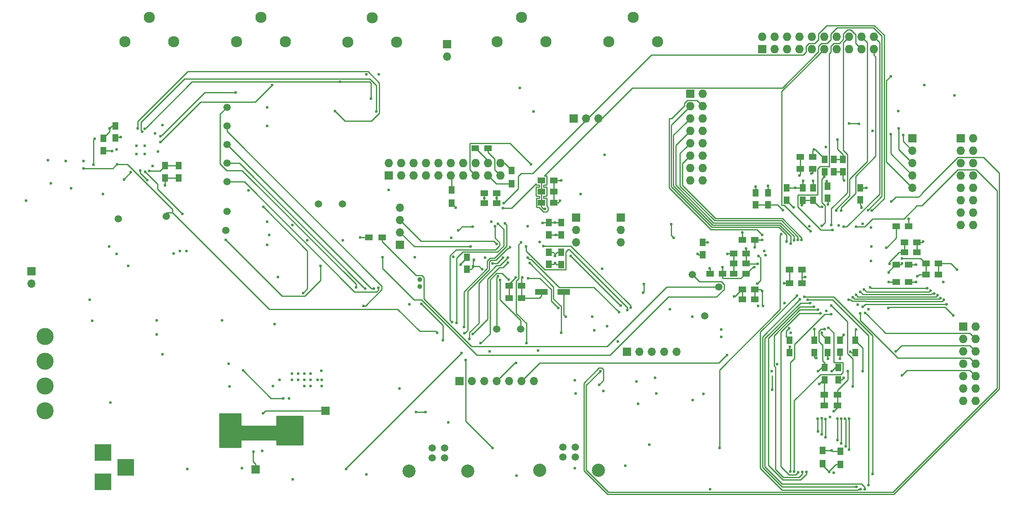
<source format=gbr>
G04 #@! TF.FileFunction,Copper,L4,Bot,Signal*
%FSLAX46Y46*%
G04 Gerber Fmt 4.6, Leading zero omitted, Abs format (unit mm)*
G04 Created by KiCad (PCBNEW 4.0.7-e2-6376~58~ubuntu16.04.1) date Thu Jan  2 16:42:05 2020*
%MOMM*%
%LPD*%
G01*
G04 APERTURE LIST*
%ADD10C,0.100000*%
%ADD11C,1.500000*%
%ADD12R,1.727200X1.727200*%
%ADD13O,1.727200X1.727200*%
%ADD14R,1.700000X1.700000*%
%ADD15O,1.700000X1.700000*%
%ADD16R,1.250000X1.500000*%
%ADD17C,1.000000*%
%ADD18C,1.520000*%
%ADD19C,2.700000*%
%ADD20R,1.500000X1.300000*%
%ADD21R,1.300000X1.500000*%
%ADD22R,1.500000X1.250000*%
%ADD23R,2.598420X1.198880*%
%ADD24R,2.600960X1.198880*%
%ADD25C,2.300000*%
%ADD26R,3.500000X3.500000*%
%ADD27C,3.500000*%
%ADD28C,0.600000*%
%ADD29C,1.200000*%
%ADD30C,0.250000*%
%ADD31C,0.254000*%
G04 APERTURE END LIST*
D10*
D11*
X94361000Y-97663000D03*
D12*
X204216000Y-60452000D03*
D13*
X204216000Y-57912000D03*
X206756000Y-60452000D03*
X206756000Y-57912000D03*
X209296000Y-60452000D03*
X209296000Y-57912000D03*
X211836000Y-60452000D03*
X211836000Y-57912000D03*
X214376000Y-60452000D03*
X214376000Y-57912000D03*
X216916000Y-60452000D03*
X216916000Y-57912000D03*
X219456000Y-60452000D03*
X219456000Y-57912000D03*
X221996000Y-60452000D03*
X221996000Y-57912000D03*
X224536000Y-60452000D03*
X224536000Y-57912000D03*
X227076000Y-60452000D03*
X227076000Y-57912000D03*
D12*
X189484000Y-69596000D03*
D13*
X192024000Y-69596000D03*
X189484000Y-72136000D03*
X192024000Y-72136000D03*
X189484000Y-74676000D03*
X192024000Y-74676000D03*
X189484000Y-77216000D03*
X192024000Y-77216000D03*
X189484000Y-79756000D03*
X192024000Y-79756000D03*
X189484000Y-82296000D03*
X192024000Y-82296000D03*
X189484000Y-84836000D03*
X192024000Y-84836000D03*
X189484000Y-87376000D03*
X192024000Y-87376000D03*
D14*
X166116000Y-94996000D03*
D15*
X166116000Y-97536000D03*
X166116000Y-100076000D03*
D14*
X175260000Y-94996000D03*
D15*
X175260000Y-97536000D03*
X175260000Y-100076000D03*
D16*
X160528000Y-102108000D03*
X160528000Y-104608000D03*
X143764000Y-105624000D03*
X143764000Y-103124000D03*
D14*
X130048000Y-100584000D03*
D15*
X130048000Y-98044000D03*
X130048000Y-95504000D03*
X130048000Y-92964000D03*
D17*
X134112000Y-107696000D03*
X134112000Y-109196000D03*
D12*
X127762000Y-86360000D03*
D13*
X127762000Y-83820000D03*
X130302000Y-86360000D03*
X130302000Y-83820000D03*
X132842000Y-86360000D03*
X132842000Y-83820000D03*
X135382000Y-86360000D03*
X135382000Y-83820000D03*
X137922000Y-86360000D03*
X137922000Y-83820000D03*
X140462000Y-86360000D03*
X140462000Y-83820000D03*
X143002000Y-86360000D03*
X143002000Y-83820000D03*
X145542000Y-86360000D03*
X145542000Y-83820000D03*
X148082000Y-86360000D03*
X148082000Y-83820000D03*
X150622000Y-86360000D03*
X150622000Y-83820000D03*
D18*
X136652000Y-142272000D03*
X139192000Y-142272000D03*
X139192000Y-144272000D03*
X136652000Y-144272000D03*
D19*
X131922000Y-146972000D03*
X143922000Y-146972000D03*
D14*
X142240000Y-128524000D03*
D15*
X144780000Y-128524000D03*
X147320000Y-128524000D03*
X149860000Y-128524000D03*
X152400000Y-128524000D03*
X154940000Y-128524000D03*
X157480000Y-128524000D03*
D14*
X165608000Y-74676000D03*
D15*
X168148000Y-74676000D03*
X170688000Y-74676000D03*
D11*
X149860000Y-117856000D03*
X154740000Y-117856000D03*
D20*
X219616000Y-131318000D03*
X216916000Y-131318000D03*
D12*
X245364000Y-117348000D03*
D13*
X247904000Y-117348000D03*
X245364000Y-119888000D03*
X247904000Y-119888000D03*
X245364000Y-122428000D03*
X247904000Y-122428000D03*
X245364000Y-124968000D03*
X247904000Y-124968000D03*
X245364000Y-127508000D03*
X247904000Y-127508000D03*
X245364000Y-130048000D03*
X247904000Y-130048000D03*
X245364000Y-132588000D03*
X247904000Y-132588000D03*
D20*
X219616000Y-133505474D03*
X216916000Y-133505474D03*
D21*
X220199227Y-145627998D03*
X220199227Y-142927998D03*
X216576226Y-145495000D03*
X216576226Y-142795000D03*
D18*
X163418000Y-142112000D03*
X165958000Y-142112000D03*
X165958000Y-144112000D03*
X163418000Y-144112000D03*
D19*
X158688000Y-146812000D03*
X170688000Y-146812000D03*
D22*
X200914000Y-106553000D03*
X198414000Y-106553000D03*
D23*
X159004000Y-110236000D03*
D24*
X163606480Y-110236000D03*
D16*
X163068000Y-102148000D03*
X163068000Y-104648000D03*
D22*
X154940000Y-111492222D03*
X152440000Y-111492222D03*
X154940000Y-108952222D03*
X152440000Y-108952222D03*
D16*
X220091000Y-120142000D03*
X220091000Y-122642000D03*
X217015188Y-125777476D03*
X217015188Y-128277476D03*
X219762577Y-125766905D03*
X219762577Y-128266905D03*
X217551000Y-120182000D03*
X217551000Y-122682000D03*
D22*
X159004000Y-87376000D03*
X161504000Y-87376000D03*
X159004000Y-89662000D03*
X161504000Y-89662000D03*
D16*
X163068000Y-96052000D03*
X163068000Y-98552000D03*
D22*
X159044000Y-91948000D03*
X161544000Y-91948000D03*
D16*
X160528000Y-96052000D03*
X160528000Y-98552000D03*
D22*
X147320000Y-90043000D03*
X149820000Y-90043000D03*
X147320000Y-92075000D03*
X149820000Y-92075000D03*
D14*
X139700000Y-59436000D03*
D15*
X139700000Y-61976000D03*
D25*
X154940000Y-53975000D03*
X159940000Y-58975000D03*
X149940000Y-58975000D03*
X177800000Y-53975000D03*
X182800000Y-58975000D03*
X172800000Y-58975000D03*
D11*
X195326000Y-109220000D03*
D25*
X124380000Y-54055000D03*
X129380000Y-59055000D03*
X119380000Y-59055000D03*
D16*
X212471000Y-91420000D03*
X212471000Y-88920000D03*
X202819000Y-92416000D03*
X202819000Y-89916000D03*
X214630000Y-91440000D03*
X214630000Y-88940000D03*
X205359000Y-92416000D03*
X205359000Y-89916000D03*
D11*
X192405000Y-115189000D03*
X189865000Y-106680000D03*
D16*
X192024000Y-100116000D03*
X192024000Y-102616000D03*
D22*
X200903275Y-102362000D03*
X198403275Y-102362000D03*
X200883275Y-104442885D03*
X198383275Y-104442885D03*
X196048000Y-106553000D03*
X193548000Y-106553000D03*
X212003000Y-85066564D03*
X214503000Y-85066564D03*
X237764000Y-106680000D03*
X240264000Y-106680000D03*
X233339000Y-100076000D03*
X235839000Y-100076000D03*
X209824000Y-105664000D03*
X212324000Y-105664000D03*
X233339000Y-102108000D03*
X235839000Y-102108000D03*
D12*
X244856000Y-78740000D03*
D13*
X247396000Y-78740000D03*
X244856000Y-81280000D03*
X247396000Y-81280000D03*
X244856000Y-83820000D03*
X247396000Y-83820000D03*
X244856000Y-86360000D03*
X247396000Y-86360000D03*
X244856000Y-88900000D03*
X247396000Y-88900000D03*
X244856000Y-91440000D03*
X247396000Y-91440000D03*
X244856000Y-93980000D03*
X247396000Y-93980000D03*
X244856000Y-96520000D03*
X247396000Y-96520000D03*
D16*
X218867494Y-85579042D03*
X218867494Y-83079042D03*
X220706000Y-85578000D03*
X220706000Y-83078000D03*
D22*
X212003000Y-82550000D03*
X214503000Y-82550000D03*
D16*
X216962494Y-85579042D03*
X216962494Y-83079042D03*
D14*
X100457000Y-146685000D03*
X114808000Y-134620000D03*
D26*
X69215000Y-143225000D03*
X69215000Y-149225000D03*
X73915000Y-146225000D03*
D27*
X57404000Y-134620000D03*
X57404000Y-129540000D03*
X57404000Y-124460000D03*
X57404000Y-119380000D03*
D21*
X152908000Y-88091000D03*
X152908000Y-85391000D03*
D20*
X148115000Y-80772000D03*
X145415000Y-80772000D03*
D14*
X54610000Y-106045000D03*
D15*
X54610000Y-108585000D03*
D21*
X140589000Y-89328000D03*
X140589000Y-92028000D03*
D11*
X113357000Y-92202000D03*
X118237000Y-92202000D03*
X94615000Y-83820000D03*
X94615000Y-80010000D03*
D16*
X71755000Y-76200000D03*
X71755000Y-78700000D03*
X69342000Y-78780000D03*
X69342000Y-81280000D03*
D11*
X82169000Y-94742000D03*
X94615000Y-72390000D03*
X94615000Y-76200000D03*
D16*
X84742112Y-84348000D03*
X84742112Y-86848000D03*
X81915000Y-84348000D03*
X81915000Y-86848000D03*
D11*
X72390000Y-95250000D03*
D25*
X78740000Y-53975000D03*
X83740000Y-58975000D03*
X73740000Y-58975000D03*
X101600000Y-53975000D03*
X106600000Y-58975000D03*
X96600000Y-58975000D03*
D11*
X94615000Y-87630000D03*
X94615000Y-93726000D03*
D22*
X237764000Y-104394000D03*
X240264000Y-104394000D03*
X209804000Y-108458000D03*
X212304000Y-108458000D03*
X202692000Y-99568000D03*
X200192000Y-99568000D03*
X202652000Y-109728000D03*
X200152000Y-109728000D03*
X202652000Y-111760000D03*
X200152000Y-111760000D03*
X231648000Y-108204000D03*
X234148000Y-108204000D03*
X231648000Y-104648000D03*
X234148000Y-104648000D03*
X231648000Y-96774000D03*
X234148000Y-96774000D03*
D16*
X224262000Y-91400000D03*
X224262000Y-88900000D03*
X217551000Y-91059000D03*
X217551000Y-88559000D03*
X209169000Y-91440000D03*
X209169000Y-88940000D03*
X209804000Y-120162000D03*
X209804000Y-122662000D03*
X214884000Y-120162000D03*
X214884000Y-122662000D03*
X223286000Y-120162000D03*
X223286000Y-122662000D03*
D20*
X126398000Y-99060000D03*
X123698000Y-99060000D03*
D14*
X234950000Y-78740000D03*
D15*
X234950000Y-81280000D03*
X234950000Y-83820000D03*
X234950000Y-86360000D03*
X234950000Y-88900000D03*
D14*
X176530000Y-122555000D03*
D15*
X179070000Y-122555000D03*
X181610000Y-122555000D03*
X184150000Y-122555000D03*
X186690000Y-122555000D03*
D28*
X76112500Y-81987500D03*
X77837500Y-81987500D03*
X77837500Y-80262500D03*
X76112500Y-80262500D03*
X140948771Y-103096502D03*
X102108000Y-92837000D03*
X110236000Y-110490000D03*
X153711296Y-107302946D03*
X204851000Y-102752990D03*
X223774000Y-112903000D03*
X225933000Y-113792002D03*
X66548000Y-111887000D03*
X102870000Y-100584000D03*
X206248000Y-130302000D03*
X178816000Y-133223000D03*
X182499000Y-131064000D03*
X178435000Y-128651000D03*
X214757000Y-81026000D03*
X219583000Y-78994000D03*
X80264000Y-116078000D03*
X80264000Y-118999000D03*
X195834000Y-117983000D03*
X81407000Y-123063000D03*
X104013000Y-129540000D03*
X111760000Y-129540000D03*
X110490000Y-129540000D03*
X105410000Y-128270000D03*
X107950000Y-128270000D03*
X107950000Y-127000000D03*
X111760000Y-127000000D03*
X110490000Y-127000000D03*
X109220000Y-127000000D03*
X109220000Y-128270000D03*
X110490000Y-128270000D03*
X111760000Y-128270000D03*
X113157000Y-128270000D03*
X114046000Y-129540000D03*
X114046000Y-128270000D03*
X113988010Y-126422990D03*
X58547000Y-88011000D03*
X62738000Y-89027000D03*
X153924000Y-147955000D03*
X167021000Y-90170000D03*
X171958000Y-82169000D03*
X123190000Y-147701000D03*
X129921000Y-130048000D03*
X139954000Y-137033000D03*
X171704000Y-130556000D03*
X165989000Y-131064000D03*
X165862000Y-146431000D03*
X189992000Y-132461000D03*
X182245000Y-127889000D03*
X162814000Y-91567000D03*
X163068000Y-87376000D03*
X142494000Y-104648000D03*
X147447000Y-103251000D03*
X97663000Y-146399000D03*
X101854000Y-142875000D03*
X108077000Y-148670000D03*
X86487000Y-146558000D03*
X141478000Y-92964000D03*
X148393989Y-122428000D03*
X158333000Y-122301000D03*
X148717000Y-95885000D03*
X156210000Y-96774000D03*
X161925000Y-98552000D03*
X149820000Y-91059000D03*
X161798000Y-104325999D03*
X185293000Y-113792000D03*
X174625000Y-120396000D03*
X169799000Y-118110000D03*
X193548000Y-150689979D03*
X218821000Y-147320000D03*
X210058000Y-118618000D03*
X217297000Y-114173000D03*
X217419417Y-87540999D03*
X214249000Y-85979000D03*
X133096000Y-103124000D03*
X131953000Y-112776000D03*
X93599000Y-116078000D03*
X103251000Y-98552000D03*
X102870000Y-95885000D03*
X118364000Y-99695000D03*
X108049559Y-96547441D03*
X111058942Y-99634058D03*
X57971564Y-83252436D03*
X154559000Y-68453000D03*
X157353000Y-73279000D03*
X72009000Y-81026000D03*
X70612000Y-76708000D03*
X81407000Y-76073000D03*
X79883000Y-77724000D03*
X123190000Y-65658996D03*
X125730000Y-65659000D03*
X80518000Y-81500010D03*
X65278000Y-83439000D03*
X61595000Y-83439000D03*
X81915000Y-88421615D03*
X79375000Y-84455000D03*
X219837000Y-96647000D03*
X226822000Y-77216000D03*
X237363000Y-67818000D03*
X243586000Y-69977000D03*
X203327000Y-113157000D03*
X208788000Y-112522000D03*
X226441000Y-103886000D03*
X226568000Y-100965000D03*
X226441000Y-97028000D03*
X224790000Y-96266000D03*
X212979000Y-107188000D03*
X204597000Y-101854000D03*
X213868000Y-96774000D03*
X218059000Y-135890000D03*
X209921010Y-121539000D03*
X218431859Y-142781857D03*
X220853000Y-127889000D03*
X198464575Y-111156324D03*
X193421000Y-105410000D03*
X244094000Y-105664000D03*
X215900000Y-129159000D03*
X67056000Y-116205000D03*
X205359000Y-88519000D03*
X202819000Y-88646000D03*
X212598000Y-87503000D03*
X214630000Y-87503000D03*
X237109000Y-99949000D03*
X220091000Y-123952000D03*
X217678000Y-123952000D03*
X191008000Y-102489000D03*
X197104000Y-102489000D03*
X210947000Y-88900000D03*
X215265000Y-123824996D03*
X222250000Y-122555000D03*
X234188000Y-95250000D03*
X235712000Y-104648000D03*
X235712000Y-108204000D03*
X225552000Y-88900000D03*
X200192000Y-98084000D03*
X148971000Y-104394000D03*
X156845000Y-84074000D03*
X151130000Y-103235010D03*
X155067000Y-107302946D03*
X150114000Y-107061000D03*
X102870000Y-76200000D03*
X102870000Y-72390000D03*
X99060705Y-89403590D03*
X196088000Y-105156000D03*
X208661000Y-108458000D03*
X217292493Y-80518000D03*
X171450000Y-105537000D03*
X232791000Y-104394000D03*
X232029000Y-73152000D03*
X193040006Y-100076000D03*
X181102000Y-141605000D03*
X176149000Y-145923000D03*
X146878051Y-105603051D03*
X165862000Y-128364000D03*
X161798000Y-102869990D03*
X145229918Y-103642000D03*
X145034000Y-105029000D03*
X127762000Y-89348999D03*
X195800261Y-119507000D03*
X159258000Y-96139000D03*
X161798000Y-96012000D03*
X70485000Y-100965000D03*
X74422000Y-104902000D03*
X147320000Y-91059000D03*
X172482000Y-117277000D03*
X189865000Y-115316000D03*
X169418000Y-115316000D03*
X163957000Y-115316000D03*
X217678000Y-92329000D03*
X216916000Y-86614000D03*
X105029000Y-107188000D03*
X104394000Y-116840000D03*
X69215000Y-90170000D03*
X78740000Y-85471000D03*
X204343000Y-113157000D03*
X232790990Y-103378011D03*
X229616000Y-101219000D03*
X209679551Y-117731551D03*
X235975990Y-107061009D03*
X230124000Y-106289010D03*
X223452021Y-117983000D03*
X210643978Y-92938487D03*
X204216000Y-110071010D03*
X217932000Y-147193000D03*
X202565000Y-105156000D03*
X221742000Y-126545011D03*
X218440000Y-126545011D03*
X215646000Y-126545011D03*
X217001000Y-117856000D03*
X224790000Y-126545011D03*
X218821000Y-134747000D03*
X206121000Y-126545011D03*
X72009000Y-102489000D03*
X208407000Y-93472000D03*
X216376000Y-96742000D03*
X207264000Y-125095000D03*
X214884000Y-117856000D03*
X241300000Y-108204000D03*
X230124000Y-108204010D03*
X220980000Y-87376000D03*
X224536000Y-92964000D03*
X202692000Y-101092000D03*
X204216000Y-99568000D03*
X150495000Y-107823000D03*
X159766000Y-93217996D03*
X95123000Y-129667000D03*
X70739000Y-132969000D03*
X192151000Y-131191000D03*
X107315000Y-132080000D03*
X97917000Y-126365000D03*
X106172000Y-132080000D03*
X94996000Y-124968000D03*
X53467000Y-91567000D03*
X126492000Y-103124000D03*
X216451021Y-92837000D03*
X220914647Y-119060647D03*
X230251000Y-104521000D03*
X212344000Y-92455994D03*
X86360000Y-101863999D03*
X84963000Y-101863999D03*
X83693000Y-102362000D03*
X200914000Y-101346000D03*
X216408000Y-118618000D03*
X203276999Y-104470999D03*
X211836000Y-86360000D03*
X81026000Y-79502000D03*
X103886000Y-67818000D03*
X67564000Y-78867000D03*
X67292009Y-84201000D03*
X81025994Y-78359000D03*
X96393000Y-69342000D03*
X76327000Y-76708000D03*
X116713000Y-73152000D03*
X77326667Y-77444781D03*
X125222000Y-73279000D03*
X72898000Y-78486000D03*
X71120000Y-81407000D03*
X152273011Y-107752957D03*
X153797000Y-124841000D03*
X146558000Y-120777000D03*
X100076000Y-143002000D03*
X101981000Y-135128000D03*
X138811000Y-120142000D03*
X134409345Y-112688655D03*
X185547000Y-96393002D03*
X186055000Y-99187000D03*
X152146000Y-104267000D03*
X144907000Y-118872000D03*
X156317012Y-107442000D03*
X162441501Y-113546501D03*
X163068000Y-118618000D03*
X156591000Y-104325999D03*
X158623000Y-100045000D03*
X196977000Y-123190000D03*
X154813004Y-100076000D03*
X155956000Y-120786990D03*
X203454000Y-102870006D03*
X203200000Y-108602974D03*
X122936000Y-109591001D03*
X125669051Y-109407949D03*
X72136000Y-84074008D03*
X65278000Y-84963000D03*
X137671129Y-118632416D03*
X122555000Y-113175870D03*
X121031000Y-109347000D03*
X179828480Y-110453033D03*
X179984054Y-108652981D03*
X124714000Y-109591000D03*
X225298000Y-114554000D03*
X231521000Y-122428000D03*
X224282000Y-114681006D03*
X232791000Y-127381000D03*
X144526000Y-100965000D03*
X149860000Y-100457000D03*
X140538108Y-99196990D03*
X141986000Y-97663000D03*
X144980250Y-96902771D03*
X113792000Y-104902000D03*
X94361000Y-99568000D03*
X226641169Y-93614268D03*
X151257000Y-92075000D03*
X151130000Y-93091000D03*
X225858036Y-93450851D03*
X204216000Y-98552000D03*
X209169000Y-99949000D03*
X210058000Y-100330000D03*
X210693000Y-99695000D03*
X211482117Y-99563481D03*
X212282104Y-99568400D03*
X214122000Y-97790000D03*
X218313000Y-96520000D03*
X218567000Y-97536000D03*
X219329000Y-93589000D03*
X220345000Y-93599000D03*
X220853000Y-96901000D03*
X143256000Y-118745000D03*
X118999000Y-146558000D03*
X142621000Y-122809000D03*
X152527000Y-101092000D03*
X148971000Y-142240000D03*
X143510000Y-124206000D03*
X144272000Y-119888000D03*
X152146000Y-103251000D03*
X156226163Y-103233199D03*
X174879000Y-114427000D03*
X143129000Y-117475000D03*
X151577058Y-96199942D03*
X135255000Y-134874000D03*
X133350000Y-134874000D03*
X208151321Y-98426679D03*
X195453000Y-142239996D03*
X233045000Y-78105000D03*
X224028000Y-75819000D03*
X221996000Y-75692000D03*
X77841594Y-76832515D03*
X117729000Y-67192999D03*
X124079000Y-70612000D03*
X77851000Y-85598000D03*
X85471000Y-94234000D03*
X76871948Y-85375846D03*
X78321894Y-87298023D03*
X73532994Y-87249000D03*
X74930000Y-85725000D03*
X175260000Y-113053076D03*
X164972295Y-102863999D03*
X176612407Y-113978405D03*
X155874283Y-100943011D03*
X177255907Y-113503087D03*
X159385000Y-100838000D03*
X150114000Y-96266000D03*
X141605000Y-116586000D03*
X140722215Y-116465215D03*
X149479000Y-96774000D03*
X97536000Y-139700000D03*
X97536000Y-138525000D03*
X95504000Y-138684000D03*
X94488000Y-138684000D03*
X93472000Y-138684000D03*
X105664000Y-141224000D03*
X106680000Y-141224000D03*
X107696000Y-141224000D03*
X108712000Y-141224000D03*
X109728000Y-141224000D03*
X109728000Y-139700000D03*
X108712000Y-139700000D03*
X107696000Y-139700000D03*
X106680000Y-139700000D03*
X105664000Y-139700000D03*
X105664000Y-138176000D03*
X106680000Y-138176000D03*
X107696000Y-138176000D03*
X108712000Y-138176000D03*
X109728000Y-138176000D03*
X109728000Y-136652000D03*
X108712000Y-136652000D03*
X107696000Y-136652000D03*
X106680000Y-136652000D03*
X105664000Y-136652000D03*
X93472000Y-141224000D03*
X94488000Y-141224000D03*
X95504000Y-141224000D03*
X96520000Y-141224000D03*
X96520000Y-139700000D03*
X95504000Y-139700000D03*
X94488000Y-139700000D03*
X93472000Y-139700000D03*
X96520000Y-137668000D03*
X95504000Y-137668000D03*
X94488000Y-137668000D03*
X93472000Y-137668000D03*
X96520000Y-136144000D03*
X95504000Y-136144000D03*
X94488000Y-136144000D03*
X93472000Y-136144000D03*
D29*
X100552000Y-139700000D03*
X101727000Y-138525000D03*
D28*
X230632000Y-91750002D03*
X170815000Y-129286000D03*
X171069000Y-126492000D03*
X223393000Y-96901000D03*
X232156000Y-76708000D03*
X230505000Y-77926000D03*
X230505000Y-66040000D03*
X218313000Y-113029986D03*
X222758000Y-129667000D03*
X224406041Y-150689979D03*
X211328000Y-110998000D03*
X223520000Y-150239968D03*
X211930974Y-111797503D03*
X212852000Y-111252000D03*
X226822000Y-147574000D03*
X225933000Y-149860000D03*
X213487000Y-111887000D03*
X225206048Y-150687291D03*
X213995000Y-112522000D03*
X214757000Y-113284000D03*
X213233000Y-147193006D03*
X215646000Y-113919000D03*
X212433001Y-147188417D03*
X216154000Y-114681000D03*
X211546513Y-147256493D03*
X210772625Y-147053721D03*
X217800559Y-117597559D03*
X209931000Y-147066000D03*
X218313000Y-114808000D03*
X230068001Y-113528000D03*
X243305768Y-115105446D03*
X224790000Y-113284000D03*
X241935000Y-112776000D03*
X221869000Y-111887000D03*
X241409961Y-111873286D03*
X240688200Y-111528228D03*
X222752998Y-111351001D03*
X223393000Y-110870979D03*
X240110543Y-110974771D03*
X224282000Y-110245990D03*
X239395000Y-110617000D03*
X225044000Y-109728000D03*
X238633000Y-109982000D03*
X226314000Y-109345968D03*
X237998000Y-109474000D03*
X215519000Y-136271000D03*
X215646000Y-138859003D03*
X216408000Y-136144000D03*
X216408000Y-139436000D03*
X217192466Y-136300893D03*
X217189999Y-140061001D03*
X219583000Y-136271000D03*
X219583000Y-140686001D03*
X220383003Y-136271000D03*
X220345000Y-141311001D03*
X221183006Y-136271000D03*
X221286764Y-141936001D03*
X221996000Y-142560990D03*
X221996000Y-136271000D03*
X121920000Y-99060000D03*
D30*
X111115001Y-101844001D02*
X102108000Y-92837000D01*
X110236000Y-110490000D02*
X111115001Y-109610999D01*
X111115001Y-109610999D02*
X111115001Y-101844001D01*
X153616330Y-107397912D02*
X153711296Y-107302946D01*
X152440000Y-108952222D02*
X152440000Y-108628329D01*
X152440000Y-108628329D02*
X153616330Y-107451999D01*
X153616330Y-107451999D02*
X153616330Y-107397912D01*
X240264000Y-106680000D02*
X240264000Y-104394000D01*
X152440000Y-111492222D02*
X152440000Y-110617222D01*
X152440000Y-110617222D02*
X152440000Y-108952222D01*
X206248000Y-130302000D02*
X206248000Y-127472003D01*
X218867494Y-83079042D02*
X220704958Y-83079042D01*
X220704958Y-83079042D02*
X220706000Y-83078000D01*
X216962494Y-83079042D02*
X216962494Y-82954042D01*
X216962494Y-82954042D02*
X215034452Y-81026000D01*
X215034452Y-81026000D02*
X214757000Y-81026000D01*
X214503000Y-82550000D02*
X214503000Y-81280000D01*
X214503000Y-81280000D02*
X214757000Y-81026000D01*
X219583000Y-80955000D02*
X219583000Y-78994000D01*
X220706000Y-83078000D02*
X220706000Y-82078000D01*
X220706000Y-82078000D02*
X219583000Y-80955000D01*
X161544000Y-91948000D02*
X162433000Y-91948000D01*
X162433000Y-91948000D02*
X162814000Y-91567000D01*
X161504000Y-87376000D02*
X163068000Y-87376000D01*
X161504000Y-89662000D02*
X161504000Y-91908000D01*
X161504000Y-91908000D02*
X161544000Y-91948000D01*
X161504000Y-87376000D02*
X161504000Y-89662000D01*
X142494000Y-104519000D02*
X142494000Y-104648000D01*
X143764000Y-103124000D02*
X143764000Y-103249000D01*
X143764000Y-103249000D02*
X142494000Y-104519000D01*
X140589000Y-92075000D02*
X141478000Y-92964000D01*
X140589000Y-92028000D02*
X140589000Y-92075000D01*
X152908000Y-85391000D02*
X152908000Y-85291000D01*
X152908000Y-85291000D02*
X151437000Y-83820000D01*
X151437000Y-83820000D02*
X150622000Y-83820000D01*
X145415000Y-80772000D02*
X145515000Y-80772000D01*
X145515000Y-80772000D02*
X148082000Y-83339000D01*
X148082000Y-83339000D02*
X148082000Y-83820000D01*
X161925000Y-98552000D02*
X163068000Y-98552000D01*
X161403000Y-98552000D02*
X161925000Y-98552000D01*
X160528000Y-98552000D02*
X161403000Y-98552000D01*
X149820000Y-90932000D02*
X149820000Y-92075000D01*
X149820000Y-90043000D02*
X149820000Y-90932000D01*
X149820000Y-90932000D02*
X149820000Y-91059000D01*
X163068000Y-104648000D02*
X162120001Y-104648000D01*
X162120001Y-104648000D02*
X161798000Y-104325999D01*
X160528000Y-104608000D02*
X161515999Y-104608000D01*
X161515999Y-104608000D02*
X161798000Y-104325999D01*
X217424000Y-87545582D02*
X217419417Y-87540999D01*
X217424000Y-88940000D02*
X217424000Y-87545582D01*
X214465564Y-85979000D02*
X214249000Y-85979000D01*
X214503000Y-85066564D02*
X214503000Y-85941564D01*
X214503000Y-85941564D02*
X214465564Y-85979000D01*
X69342000Y-78780000D02*
X69342000Y-78655000D01*
X69342000Y-78655000D02*
X70612000Y-77385000D01*
X70612000Y-77132264D02*
X70612000Y-76708000D01*
X70612000Y-77385000D02*
X70612000Y-77132264D01*
X71755000Y-76200000D02*
X71120000Y-76200000D01*
X71120000Y-76200000D02*
X70612000Y-76708000D01*
X84742112Y-86848000D02*
X81915000Y-86848000D01*
X81915000Y-86848000D02*
X81915000Y-88421615D01*
X212324000Y-107188000D02*
X212324000Y-108438000D01*
X212324000Y-105664000D02*
X212324000Y-107188000D01*
X212324000Y-107188000D02*
X212979000Y-107188000D01*
X212324000Y-108438000D02*
X212304000Y-108458000D01*
X209804000Y-121656010D02*
X209921010Y-121539000D01*
X209804000Y-122662000D02*
X209804000Y-121656010D01*
X218418716Y-142795000D02*
X218431859Y-142781857D01*
X218578000Y-142927998D02*
X218431859Y-142781857D01*
X216576226Y-142795000D02*
X218418716Y-142795000D01*
X220199227Y-142927998D02*
X218578000Y-142927998D01*
X219762577Y-128266905D02*
X220475095Y-128266905D01*
X220475095Y-128266905D02*
X220853000Y-127889000D01*
X198598676Y-111156324D02*
X198464575Y-111156324D01*
X200027000Y-109728000D02*
X198598676Y-111156324D01*
X200152000Y-109728000D02*
X200027000Y-109728000D01*
X193548000Y-106553000D02*
X193548000Y-105537000D01*
X193548000Y-105537000D02*
X193421000Y-105410000D01*
X198383275Y-104442885D02*
X198383275Y-106522275D01*
X198383275Y-106522275D02*
X198414000Y-106553000D01*
X240264000Y-104394000D02*
X242824000Y-104394000D01*
X242824000Y-104394000D02*
X244094000Y-105664000D01*
X217015188Y-128277476D02*
X216781524Y-128277476D01*
X216781524Y-128277476D02*
X215900000Y-129159000D01*
X219752006Y-128277476D02*
X219762577Y-128266905D01*
X216916000Y-131318000D02*
X216916000Y-128376664D01*
X216916000Y-128376664D02*
X217015188Y-128277476D01*
X216916000Y-133505474D02*
X216916000Y-131318000D01*
X205359000Y-89916000D02*
X205359000Y-88519000D01*
X202819000Y-89916000D02*
X202819000Y-88646000D01*
X212471000Y-88920000D02*
X212471000Y-87630000D01*
X212471000Y-87630000D02*
X212598000Y-87503000D01*
X214630000Y-88940000D02*
X214630000Y-87503000D01*
X235839000Y-100076000D02*
X236982000Y-100076000D01*
X236982000Y-100076000D02*
X237109000Y-99949000D01*
X235839000Y-100076000D02*
X235839000Y-102108000D01*
X220051000Y-122682000D02*
X220091000Y-122642000D01*
X220091000Y-122642000D02*
X220091000Y-123952000D01*
X217551000Y-122682000D02*
X217551000Y-123825000D01*
X217551000Y-123825000D02*
X217678000Y-123952000D01*
X192024000Y-102616000D02*
X191135000Y-102616000D01*
X191135000Y-102616000D02*
X191008000Y-102489000D01*
X198403275Y-102362000D02*
X197231000Y-102362000D01*
X197231000Y-102362000D02*
X197104000Y-102489000D01*
X198403275Y-102362000D02*
X198403275Y-104422885D01*
X198403275Y-104422885D02*
X198383275Y-104442885D01*
X209169000Y-88940000D02*
X210907000Y-88940000D01*
X210907000Y-88940000D02*
X210947000Y-88900000D01*
X211576000Y-88900000D02*
X210947000Y-88900000D01*
X212471000Y-88920000D02*
X211596000Y-88920000D01*
X211596000Y-88920000D02*
X211576000Y-88900000D01*
X214610000Y-88920000D02*
X214630000Y-88940000D01*
X214884000Y-123662000D02*
X215046996Y-123824996D01*
X215046996Y-123824996D02*
X215265000Y-123824996D01*
X214884000Y-122662000D02*
X214884000Y-123662000D01*
X223286000Y-122662000D02*
X222357000Y-122662000D01*
X222357000Y-122662000D02*
X222250000Y-122555000D01*
X234148000Y-95290000D02*
X234188000Y-95250000D01*
X234148000Y-96774000D02*
X234148000Y-95290000D01*
X234148000Y-104648000D02*
X235712000Y-104648000D01*
X234148000Y-108204000D02*
X235712000Y-108204000D01*
X224262000Y-88900000D02*
X225552000Y-88900000D01*
X200152000Y-109728000D02*
X200152000Y-111760000D01*
X200192000Y-99568000D02*
X200192000Y-98084000D01*
X149395264Y-104394000D02*
X148971000Y-104394000D01*
X149971010Y-104394000D02*
X149395264Y-104394000D01*
X151130000Y-103235010D02*
X149971010Y-104394000D01*
X145542000Y-86360000D02*
X144339999Y-85157999D01*
X144339999Y-85157999D02*
X144339999Y-79861999D01*
X144339999Y-79861999D02*
X144404999Y-79796999D01*
X144404999Y-79796999D02*
X152567999Y-79796999D01*
X152567999Y-79796999D02*
X156845000Y-84074000D01*
X154940000Y-108952222D02*
X154940000Y-107429946D01*
X154940000Y-107429946D02*
X155067000Y-107302946D01*
X154940000Y-108952222D02*
X154940000Y-109827222D01*
X154940000Y-109827222D02*
X154940000Y-111492222D01*
X154940000Y-111492222D02*
X158597218Y-111492222D01*
X158597218Y-111492222D02*
X159004000Y-111085440D01*
X159004000Y-111085440D02*
X159004000Y-110236000D01*
X149860000Y-117856000D02*
X149860000Y-107315000D01*
X149860000Y-107315000D02*
X150114000Y-107061000D01*
X196048000Y-105196000D02*
X196088000Y-105156000D01*
X196048000Y-106553000D02*
X196048000Y-105196000D01*
X209804000Y-108458000D02*
X208661000Y-108458000D01*
X223452021Y-117983000D02*
X223286000Y-118149021D01*
X192024000Y-100116000D02*
X193000006Y-100116000D01*
X193000006Y-100116000D02*
X193040006Y-100076000D01*
X231648000Y-104648000D02*
X232537000Y-104648000D01*
X232537000Y-104648000D02*
X232791000Y-104394000D01*
X193080006Y-100116000D02*
X193040006Y-100076000D01*
X146578052Y-105303052D02*
X146878051Y-105603051D01*
X146304000Y-105029000D02*
X146578052Y-105303052D01*
X145034000Y-105029000D02*
X146304000Y-105029000D01*
X163068000Y-102148000D02*
X162193000Y-102148000D01*
X161798000Y-102543000D02*
X161798000Y-102572736D01*
X160528000Y-102108000D02*
X161403000Y-102108000D01*
X161403000Y-102108000D02*
X161798000Y-102503000D01*
X162193000Y-102148000D02*
X161798000Y-102543000D01*
X161798000Y-102503000D02*
X161798000Y-102572736D01*
X161798000Y-102572736D02*
X161798000Y-102869990D01*
X145034000Y-104013000D02*
X145229918Y-103642000D01*
X145161000Y-103886000D02*
X145161000Y-103710918D01*
X145161000Y-103710918D02*
X145229918Y-103642000D01*
X145034000Y-105029000D02*
X145034000Y-104013000D01*
X145034000Y-105229000D02*
X145034000Y-105029000D01*
X143764000Y-105624000D02*
X144639000Y-105624000D01*
X144639000Y-105624000D02*
X145034000Y-105229000D01*
X160528000Y-96052000D02*
X159345000Y-96052000D01*
X159345000Y-96052000D02*
X159258000Y-96139000D01*
X161798000Y-96012000D02*
X163028000Y-96012000D01*
X163028000Y-96012000D02*
X163068000Y-96052000D01*
X160528000Y-96052000D02*
X161758000Y-96052000D01*
X161758000Y-96052000D02*
X161798000Y-96012000D01*
X147320000Y-90043000D02*
X147320000Y-91059000D01*
X147320000Y-91186000D02*
X147320000Y-91059000D01*
X147320000Y-92075000D02*
X147320000Y-91186000D01*
X160528000Y-102108000D02*
X161042001Y-102108000D01*
X163606480Y-114965480D02*
X163957000Y-115316000D01*
X163606480Y-110236000D02*
X163606480Y-114965480D01*
X217932000Y-146995225D02*
X217932000Y-147193000D01*
X220199227Y-145627998D02*
X219299227Y-145627998D01*
X219299227Y-145627998D02*
X217932000Y-146995225D01*
X216675999Y-96442001D02*
X216376000Y-96742000D01*
X217076023Y-96041977D02*
X216675999Y-96442001D01*
X217076023Y-92536998D02*
X217076023Y-96041977D01*
X216398001Y-91858976D02*
X217076023Y-92536998D01*
X216398001Y-87143535D02*
X216398001Y-91858976D01*
X216962494Y-86579042D02*
X216398001Y-87143535D01*
X217678000Y-91904736D02*
X217678000Y-92329000D01*
X217678000Y-91694000D02*
X217678000Y-91904736D01*
X217424000Y-91440000D02*
X217678000Y-91694000D01*
X209147000Y-119380000D02*
X209042000Y-119275000D01*
X209804000Y-120037000D02*
X209147000Y-119380000D01*
X209147000Y-119380000D02*
X209147000Y-118264102D01*
X209147000Y-118264102D02*
X209679551Y-117731551D01*
X209804000Y-120162000D02*
X209804000Y-120037000D01*
X216962494Y-86579042D02*
X216950958Y-86579042D01*
X216950958Y-86579042D02*
X216916000Y-86614000D01*
X216962494Y-85579042D02*
X216962494Y-86579042D01*
X81915000Y-84348000D02*
X82790000Y-84348000D01*
X82790000Y-84348000D02*
X84742112Y-84348000D01*
X78740000Y-85471000D02*
X80917000Y-85471000D01*
X80917000Y-85471000D02*
X81915000Y-84473000D01*
X81915000Y-84473000D02*
X81915000Y-84348000D01*
X204216000Y-113030000D02*
X204343000Y-113157000D01*
X204216000Y-110071010D02*
X204216000Y-113030000D01*
X237639000Y-104394000D02*
X236623011Y-103378011D01*
X237764000Y-104394000D02*
X237639000Y-104394000D01*
X236623011Y-103378011D02*
X233215254Y-103378011D01*
X233215254Y-103378011D02*
X232790990Y-103378011D01*
X229915999Y-100919001D02*
X229616000Y-101219000D01*
X231648000Y-96774000D02*
X231648000Y-99187000D01*
X231648000Y-99187000D02*
X229915999Y-100919001D01*
X209824000Y-105664000D02*
X209824000Y-108438000D01*
X209824000Y-108438000D02*
X209804000Y-108458000D01*
X236356999Y-106680000D02*
X236275989Y-106761010D01*
X237764000Y-106680000D02*
X236356999Y-106680000D01*
X236275989Y-106761010D02*
X235975990Y-107061009D01*
X230124000Y-106047000D02*
X230124000Y-106289010D01*
X231523000Y-104648000D02*
X230124000Y-106047000D01*
X231648000Y-104648000D02*
X231523000Y-104648000D01*
X223286000Y-120162000D02*
X223286000Y-118149021D01*
X209169000Y-91440000D02*
X209169000Y-91565000D01*
X210542487Y-92938487D02*
X210643978Y-92938487D01*
X209169000Y-91565000D02*
X210542487Y-92938487D01*
X203916001Y-109771011D02*
X204216000Y-110071010D01*
X203872990Y-109728000D02*
X203916001Y-109771011D01*
X202652000Y-109728000D02*
X203872990Y-109728000D01*
X216576226Y-145495000D02*
X216576226Y-145837226D01*
X216576226Y-145837226D02*
X217932000Y-147193000D01*
X196048000Y-106553000D02*
X196048000Y-107428000D01*
X196048000Y-107428000D02*
X196123001Y-107503001D01*
X196123001Y-107503001D02*
X199838999Y-107503001D01*
X199838999Y-107503001D02*
X200789000Y-106553000D01*
X200789000Y-106553000D02*
X200914000Y-106553000D01*
X202565000Y-105156000D02*
X202311000Y-105156000D01*
X202311000Y-105156000D02*
X200914000Y-106553000D01*
X237764000Y-104394000D02*
X237764000Y-106680000D01*
X219616000Y-131318000D02*
X219616000Y-130418000D01*
X219616000Y-130418000D02*
X221742000Y-128292000D01*
X221742000Y-128292000D02*
X221742000Y-126545011D01*
X219762577Y-125766905D02*
X219218106Y-125766905D01*
X219218106Y-125766905D02*
X218440000Y-126545011D01*
X217015188Y-125777476D02*
X216413535Y-125777476D01*
X216413535Y-125777476D02*
X215646000Y-126545011D01*
X217001000Y-117856000D02*
X216244998Y-117856000D01*
X216244998Y-117856000D02*
X215782999Y-118317999D01*
X215782999Y-118317999D02*
X215782999Y-120374001D01*
X215782999Y-120374001D02*
X216600999Y-121192001D01*
X216600999Y-121192001D02*
X216600999Y-124363287D01*
X216600999Y-124363287D02*
X217015188Y-124777476D01*
X217015188Y-124777476D02*
X217015188Y-125777476D01*
X224790000Y-121791000D02*
X224790000Y-126545011D01*
X223286000Y-120162000D02*
X223286000Y-120287000D01*
X223286000Y-120287000D02*
X224790000Y-121791000D01*
X219616000Y-131318000D02*
X219616000Y-133505474D01*
X219616000Y-133505474D02*
X219616000Y-133952000D01*
X219616000Y-133952000D02*
X218821000Y-134747000D01*
X202819000Y-92416000D02*
X205359000Y-92416000D01*
X205359000Y-92416000D02*
X207351000Y-92416000D01*
X207351000Y-92416000D02*
X208407000Y-93472000D01*
X218867494Y-85579042D02*
X220704958Y-85579042D01*
X220704958Y-85579042D02*
X220706000Y-85578000D01*
X214884000Y-117856000D02*
X214884000Y-120162000D01*
X231648000Y-108204000D02*
X230124000Y-108204000D01*
X220706000Y-87102000D02*
X220980000Y-87376000D01*
X220706000Y-85578000D02*
X220706000Y-87102000D01*
X224536000Y-92674000D02*
X224536000Y-92964000D01*
X224262000Y-91400000D02*
X224262000Y-92400000D01*
X224262000Y-92400000D02*
X224536000Y-92674000D01*
X202652000Y-109728000D02*
X202652000Y-111760000D01*
X202652000Y-112228000D02*
X202692000Y-112268000D01*
X202692000Y-99568000D02*
X202692000Y-101092000D01*
X202692000Y-99568000D02*
X204216000Y-99568000D01*
X154740000Y-116132000D02*
X150495000Y-111887000D01*
X150495000Y-111887000D02*
X150495000Y-107823000D01*
X154740000Y-117856000D02*
X154740000Y-116132000D01*
X159438996Y-93217996D02*
X159766000Y-93217996D01*
X159044000Y-91948000D02*
X159044000Y-92823000D01*
X159044000Y-92823000D02*
X159438996Y-93217996D01*
X159004000Y-89662000D02*
X159004000Y-91908000D01*
X159004000Y-91908000D02*
X159044000Y-91948000D01*
X159004000Y-87376000D02*
X159004000Y-89662000D01*
X103632000Y-132080000D02*
X97917000Y-126365000D01*
X106172000Y-132080000D02*
X103632000Y-132080000D01*
X195326000Y-109220000D02*
X184658000Y-109220000D01*
X126398000Y-99060000D02*
X126398000Y-99960000D01*
X134937001Y-107299999D02*
X134937001Y-111696001D01*
X126398000Y-99960000D02*
X133308999Y-106870999D01*
X133308999Y-106870999D02*
X134508001Y-106870999D01*
X134508001Y-106870999D02*
X134937001Y-107299999D01*
X172466000Y-121412000D02*
X184658000Y-109220000D01*
X134937001Y-111696001D02*
X144653000Y-121412000D01*
X144653000Y-121412000D02*
X172466000Y-121412000D01*
X126492000Y-103124000D02*
X126492000Y-105435999D01*
X126492000Y-105435999D02*
X132938402Y-111882401D01*
X194855161Y-111281841D02*
X185010569Y-111281841D01*
X185010569Y-111281841D02*
X173092411Y-123199999D01*
X145804588Y-123199999D02*
X134486990Y-111882401D01*
X173092411Y-123199999D02*
X145804588Y-123199999D01*
X196401001Y-108703999D02*
X196401001Y-109736001D01*
X134486990Y-111882401D02*
X132938402Y-111882401D01*
X195842001Y-108144999D02*
X196401001Y-108703999D01*
X191329999Y-108144999D02*
X195842001Y-108144999D01*
X189865000Y-106680000D02*
X191329999Y-108144999D01*
X196401001Y-109736001D02*
X194855161Y-111281841D01*
X216026757Y-92837000D02*
X216451021Y-92837000D01*
X215902000Y-92837000D02*
X216026757Y-92837000D01*
X214630000Y-91565000D02*
X215902000Y-92837000D01*
X214630000Y-91440000D02*
X214630000Y-91565000D01*
X220091000Y-120142000D02*
X220091000Y-119884294D01*
X220091000Y-119884294D02*
X220914647Y-119060647D01*
X230251000Y-104096736D02*
X230251000Y-104521000D01*
X232247498Y-102100238D02*
X230251000Y-104096736D01*
X233277904Y-102100238D02*
X232247498Y-102100238D01*
X212471000Y-91420000D02*
X212471000Y-92328994D01*
X212471000Y-92328994D02*
X212344000Y-92455994D01*
X200903275Y-102362000D02*
X200903275Y-101356725D01*
X200903275Y-101356725D02*
X200914000Y-101346000D01*
X212471000Y-91420000D02*
X214610000Y-91420000D01*
X214610000Y-91420000D02*
X214630000Y-91440000D01*
X233339000Y-100076000D02*
X233339000Y-102108000D01*
X217591000Y-120142000D02*
X217551000Y-120182000D01*
X216408000Y-118618000D02*
X216408000Y-119039000D01*
X216408000Y-119039000D02*
X217551000Y-120182000D01*
X200903275Y-102362000D02*
X200903275Y-104422885D01*
X200903275Y-104422885D02*
X200883275Y-104442885D01*
X203276999Y-104470999D02*
X200911389Y-104470999D01*
X200911389Y-104470999D02*
X200883275Y-104442885D01*
X212003000Y-85066564D02*
X212003000Y-86193000D01*
X212003000Y-86193000D02*
X211836000Y-86360000D01*
X212003000Y-82550000D02*
X212003000Y-83425000D01*
X212003000Y-83425000D02*
X212003000Y-85066564D01*
X89213001Y-71314999D02*
X81325999Y-79202001D01*
X103886000Y-67818000D02*
X100389001Y-71314999D01*
X81325999Y-79202001D02*
X81026000Y-79502000D01*
X100389001Y-71314999D02*
X89213001Y-71314999D01*
X67292009Y-79138991D02*
X67564000Y-78867000D01*
X67292009Y-84201000D02*
X67292009Y-79138991D01*
X81325993Y-78059001D02*
X81025994Y-78359000D01*
X90042994Y-69342000D02*
X81325993Y-78059001D01*
X96393000Y-69342000D02*
X90042994Y-69342000D01*
X123490001Y-65033995D02*
X86604005Y-65033995D01*
X125847001Y-67390995D02*
X123490001Y-65033995D01*
X125847001Y-73579001D02*
X125847001Y-67390995D01*
X124242002Y-75184000D02*
X125847001Y-73579001D01*
X76327000Y-75311000D02*
X76327000Y-76283736D01*
X116713000Y-73152000D02*
X118745000Y-75184000D01*
X76327000Y-76283736D02*
X76327000Y-76708000D01*
X86604005Y-65033995D02*
X76327000Y-75311000D01*
X118745000Y-75184000D02*
X124242002Y-75184000D01*
X77026668Y-77144782D02*
X77326667Y-77444781D01*
X85904738Y-66567998D02*
X77026668Y-75446068D01*
X123846408Y-66567998D02*
X85904738Y-66567998D01*
X125222000Y-73279000D02*
X125222000Y-67943590D01*
X125222000Y-67943590D02*
X123846408Y-66567998D01*
X77026668Y-75446068D02*
X77026668Y-77144782D01*
X72898000Y-78486000D02*
X71969000Y-78486000D01*
X71969000Y-78486000D02*
X71755000Y-78700000D01*
X69342000Y-81280000D02*
X70993000Y-81280000D01*
X70993000Y-81280000D02*
X71120000Y-81407000D01*
X151973012Y-107452958D02*
X152273011Y-107752957D01*
X148463000Y-107786998D02*
X149813999Y-106435999D01*
X148463000Y-118872000D02*
X148463000Y-107786998D01*
X146558000Y-120777000D02*
X148463000Y-118872000D01*
X149813999Y-106435999D02*
X150956053Y-106435999D01*
X150956053Y-106435999D02*
X151973012Y-107452958D01*
X153543000Y-124841000D02*
X153797000Y-124841000D01*
X149860000Y-128524000D02*
X153543000Y-124841000D01*
X99949000Y-145077000D02*
X99949000Y-143129000D01*
X99949000Y-143129000D02*
X100076000Y-143002000D01*
X100457000Y-146685000D02*
X100457000Y-145585000D01*
X100457000Y-145585000D02*
X99949000Y-145077000D01*
X101981000Y-135128000D02*
X102489000Y-134620000D01*
X102489000Y-134620000D02*
X114808000Y-134620000D01*
X138811000Y-119717736D02*
X138811000Y-120142000D01*
X134409345Y-112688655D02*
X138811000Y-117090310D01*
X138811000Y-117090310D02*
X138811000Y-119717736D01*
X185547000Y-96817266D02*
X185547000Y-96393002D01*
X185547000Y-98679000D02*
X185547000Y-96817266D01*
X186055000Y-99187000D02*
X185547000Y-98679000D01*
X150340587Y-105273001D02*
X151139999Y-105273001D01*
X144907000Y-118872000D02*
X147955000Y-115824000D01*
X151139999Y-105273001D02*
X151846001Y-104566999D01*
X147955000Y-107658588D02*
X150340587Y-105273001D01*
X147955000Y-115824000D02*
X147955000Y-107658588D01*
X151846001Y-104566999D02*
X152146000Y-104267000D01*
X158693652Y-107442000D02*
X156741276Y-107442000D01*
X161036000Y-109784348D02*
X158693652Y-107442000D01*
X156741276Y-107442000D02*
X156317012Y-107442000D01*
X162441501Y-113546501D02*
X161036000Y-112141000D01*
X161036000Y-112141000D02*
X161036000Y-109784348D01*
X163068000Y-118193736D02*
X163068000Y-118618000D01*
X163068000Y-113247998D02*
X163068000Y-118193736D01*
X161486010Y-111666008D02*
X163068000Y-113247998D01*
X161486010Y-109221009D02*
X161486010Y-111666008D01*
X156591000Y-104325999D02*
X161486010Y-109221009D01*
X154940000Y-128524000D02*
X158632999Y-124831001D01*
X158632999Y-124831001D02*
X195335999Y-124831001D01*
X196677001Y-123489999D02*
X196977000Y-123190000D01*
X195335999Y-124831001D02*
X196677001Y-123489999D01*
X155956000Y-120362726D02*
X155956000Y-120786990D01*
X154379779Y-107552441D02*
X153864999Y-108067221D01*
X154379779Y-100509225D02*
X154379779Y-107552441D01*
X154813004Y-100076000D02*
X154379779Y-100509225D01*
X153864999Y-114620589D02*
X155956000Y-116711590D01*
X153864999Y-108067221D02*
X153864999Y-114620589D01*
X155956000Y-116711590D02*
X155956000Y-120362726D01*
X203753999Y-103170005D02*
X203454000Y-102870006D01*
X203902000Y-103318006D02*
X203753999Y-103170005D01*
X203902000Y-107900974D02*
X203902000Y-103318006D01*
X203200000Y-108602974D02*
X203902000Y-107900974D01*
X122636001Y-109291002D02*
X122936000Y-109591001D01*
X97164999Y-83820000D02*
X122636001Y-109291002D01*
X94615000Y-83820000D02*
X97164999Y-83820000D01*
X125669051Y-109832213D02*
X125669051Y-109407949D01*
X94615000Y-87630000D02*
X98171000Y-87630000D01*
X125285263Y-110216001D02*
X125669051Y-109832213D01*
X120757001Y-110216001D02*
X125285263Y-110216001D01*
X98171000Y-87630000D02*
X120757001Y-110216001D01*
X72136000Y-84074008D02*
X73068256Y-84074008D01*
X73068256Y-84074008D02*
X73068264Y-84074000D01*
X74211264Y-84074000D02*
X83439000Y-93301736D01*
X73068264Y-84074000D02*
X74211264Y-84074000D01*
X83439000Y-93301736D02*
X83439000Y-93980000D01*
X71247008Y-84963000D02*
X71836001Y-84374007D01*
X65278000Y-84963000D02*
X71247008Y-84963000D01*
X71836001Y-84374007D02*
X72136000Y-84074008D01*
X83439000Y-93980000D02*
X103259871Y-113800871D01*
X103259871Y-113800871D02*
X129548871Y-113800871D01*
X129548871Y-113800871D02*
X134080417Y-118332417D01*
X134080417Y-118332417D02*
X137371130Y-118332417D01*
X137371130Y-118332417D02*
X137671129Y-118632416D01*
X83439000Y-93980000D02*
X82169000Y-93980000D01*
X82169000Y-93980000D02*
X82169000Y-94742000D01*
X122980674Y-113157000D02*
X122573870Y-113157000D01*
X122573870Y-113157000D02*
X122555000Y-113175870D01*
X94615000Y-76200000D02*
X94615000Y-77306998D01*
X126355001Y-109782673D02*
X122980674Y-113157000D01*
X94615000Y-77306998D02*
X126355001Y-109046999D01*
X126355001Y-109046999D02*
X126355001Y-109782673D01*
X93218000Y-84014002D02*
X93218000Y-73787000D01*
X93218000Y-73787000D02*
X94615000Y-72390000D01*
X97730002Y-85344000D02*
X94547998Y-85344000D01*
X94547998Y-85344000D02*
X93218000Y-84014002D01*
X121031000Y-109347000D02*
X121031000Y-108644998D01*
X121031000Y-108644998D02*
X97730002Y-85344000D01*
X179984054Y-108652981D02*
X179984054Y-110297459D01*
X179984054Y-110297459D02*
X179828480Y-110453033D01*
X124714000Y-109591000D02*
X124196000Y-109591000D01*
X124196000Y-109591000D02*
X94615000Y-80010000D01*
X225597999Y-114853999D02*
X225298000Y-114554000D01*
X229443399Y-118699399D02*
X225597999Y-114853999D01*
X246715399Y-118699399D02*
X229443399Y-118699399D01*
X247904000Y-119888000D02*
X246715399Y-118699399D01*
X231521000Y-122428000D02*
X232709601Y-121239399D01*
X232709601Y-121239399D02*
X246715399Y-121239399D01*
X247040401Y-121564401D02*
X247904000Y-122428000D01*
X246715399Y-121239399D02*
X247040401Y-121564401D01*
X224282000Y-115105270D02*
X224282000Y-114681006D01*
X224282000Y-116076590D02*
X224282000Y-115105270D01*
X231984809Y-123779399D02*
X224282000Y-116076590D01*
X246715399Y-123779399D02*
X231984809Y-123779399D01*
X247904000Y-124968000D02*
X246715399Y-123779399D01*
X232791000Y-127381000D02*
X233852601Y-126319399D01*
X233852601Y-126319399D02*
X246715399Y-126319399D01*
X246715399Y-126319399D02*
X247040401Y-126644401D01*
X247040401Y-126644401D02*
X247904000Y-127508000D01*
X132969000Y-100965000D02*
X144101736Y-100965000D01*
X144101736Y-100965000D02*
X144526000Y-100965000D01*
X130048000Y-98044000D02*
X132969000Y-100965000D01*
X130048000Y-95504000D02*
X134366000Y-99822000D01*
X134366000Y-99822000D02*
X149225000Y-99822000D01*
X149225000Y-99822000D02*
X149860000Y-100457000D01*
X142285999Y-97363001D02*
X141986000Y-97663000D01*
X144980250Y-96902771D02*
X142746229Y-96902771D01*
X142746229Y-96902771D02*
X142285999Y-97363001D01*
X140589000Y-89328000D02*
X140589000Y-86487000D01*
X140589000Y-86487000D02*
X140462000Y-86360000D01*
X152908000Y-88091000D02*
X149813000Y-88091000D01*
X149813000Y-88091000D02*
X148082000Y-86360000D01*
X150622000Y-86360000D02*
X149433399Y-85171399D01*
X149433399Y-85171399D02*
X149433399Y-82990399D01*
X149433399Y-82990399D02*
X148115000Y-81672000D01*
X148115000Y-81672000D02*
X148115000Y-80772000D01*
X113792000Y-105326264D02*
X113792000Y-104902000D01*
X110536001Y-111115001D02*
X113792000Y-107859002D01*
X105908001Y-111115001D02*
X110536001Y-111115001D01*
X113792000Y-107859002D02*
X113792000Y-105326264D01*
X94361000Y-99568000D02*
X105908001Y-111115001D01*
X157234001Y-85946999D02*
X169037000Y-74144000D01*
X169037000Y-74144000D02*
X181540399Y-61640601D01*
X168148000Y-74676000D02*
X168505000Y-74676000D01*
X168505000Y-74676000D02*
X169037000Y-74144000D01*
X151257000Y-92075000D02*
X154272999Y-89059001D01*
X154272999Y-89059001D02*
X154272999Y-86557999D01*
X214946529Y-59263399D02*
X215727399Y-58482529D01*
X213187399Y-61022529D02*
X213187399Y-59881471D01*
X154272999Y-86557999D02*
X154883999Y-85946999D01*
X213187399Y-59881471D02*
X213805471Y-59263399D01*
X215727399Y-58482529D02*
X215727399Y-57341471D01*
X154883999Y-85946999D02*
X157234001Y-85946999D01*
X227174522Y-55614982D02*
X229164621Y-57605081D01*
X181540399Y-61640601D02*
X212569327Y-61640601D01*
X229164621Y-57605081D02*
X229164621Y-91090816D01*
X212569327Y-61640601D02*
X213187399Y-61022529D01*
X213805471Y-59263399D02*
X214946529Y-59263399D01*
X215727399Y-57341471D02*
X217453888Y-55614982D01*
X217453888Y-55614982D02*
X227174522Y-55614982D01*
X229164621Y-91090816D02*
X226641169Y-93614268D01*
X177591601Y-68407399D02*
X171831000Y-74168000D01*
X171831000Y-74168000D02*
X159573001Y-86425999D01*
X170688000Y-74676000D02*
X171323000Y-74676000D01*
X171323000Y-74676000D02*
X171831000Y-74168000D01*
X159291008Y-93668006D02*
X159252595Y-93668005D01*
X208324191Y-68407399D02*
X177591601Y-68407399D01*
X159454010Y-90997999D02*
X160054001Y-90997999D01*
X215727399Y-59881471D02*
X215727399Y-61004191D01*
X160079001Y-90547001D02*
X160014001Y-90612001D01*
X158033999Y-90997999D02*
X158553990Y-90997999D01*
X160014001Y-88326001D02*
X159454010Y-88326001D01*
X157968999Y-91062999D02*
X158033999Y-90997999D01*
X219543879Y-56064991D02*
X218267399Y-57341471D01*
X160014001Y-88711999D02*
X160079001Y-88776999D01*
X158553990Y-88326001D02*
X157993999Y-88326001D01*
X160391001Y-93517997D02*
X160066001Y-93842997D01*
X159573001Y-86425999D02*
X160014001Y-86425999D01*
X159454010Y-88326001D02*
X159454010Y-88711999D01*
X160014001Y-86425999D02*
X160079001Y-86490999D01*
X218267399Y-58482529D02*
X217486529Y-59263399D01*
X158593991Y-93009401D02*
X158593991Y-92898001D01*
X216345471Y-59263399D02*
X215727399Y-59881471D01*
X160119001Y-92645995D02*
X160391001Y-92917995D01*
X225858036Y-93450851D02*
X228714611Y-90594276D01*
X215727399Y-61004191D02*
X208324191Y-68407399D01*
X160079001Y-88261001D02*
X160014001Y-88326001D01*
X228714611Y-90594276D02*
X228714611Y-57791481D01*
X158033999Y-92898001D02*
X157968999Y-92833001D01*
X217486529Y-59263399D02*
X216345471Y-59263399D01*
X160119001Y-91062999D02*
X160119001Y-92645995D01*
X228714611Y-57791481D02*
X226988121Y-56064991D01*
X157968999Y-92833001D02*
X157968999Y-91062999D01*
X226988121Y-56064991D02*
X219543879Y-56064991D01*
X218267399Y-57341471D02*
X218267399Y-58482529D01*
X158553990Y-90997999D02*
X158553990Y-90612001D01*
X160079001Y-86490999D02*
X160079001Y-88261001D01*
X159454010Y-88711999D02*
X160014001Y-88711999D01*
X160079001Y-88776999D02*
X160079001Y-90547001D01*
X160014001Y-90612001D02*
X159454010Y-90612001D01*
X159252595Y-93668005D02*
X158593991Y-93009401D01*
X159465999Y-93842997D02*
X159291008Y-93668006D01*
X159454010Y-90612001D02*
X159454010Y-90997999D01*
X160054001Y-90997999D02*
X160119001Y-91062999D01*
X158553990Y-90612001D02*
X157993999Y-90612001D01*
X160391001Y-92917995D02*
X160391001Y-93517997D01*
X160066001Y-93842997D02*
X159465999Y-93842997D01*
X158553990Y-88711999D02*
X158553990Y-88326001D01*
X158593991Y-92898001D02*
X158033999Y-92898001D01*
X157993999Y-90612001D02*
X157928999Y-90547001D01*
X152908000Y-93091000D02*
X151130000Y-93091000D01*
X157928999Y-90547001D02*
X157928999Y-88776999D01*
X157928999Y-88776999D02*
X157993999Y-88711999D01*
X157993999Y-88711999D02*
X158553990Y-88711999D01*
X157993999Y-88326001D02*
X157928999Y-88261001D01*
X157928999Y-88070001D02*
X152908000Y-93091000D01*
X157928999Y-88261001D02*
X157928999Y-88070001D01*
X185143959Y-74716911D02*
X185633089Y-74716911D01*
X185633089Y-74716911D02*
X188295399Y-72054601D01*
X188295399Y-72054601D02*
X188295399Y-71565471D01*
X188295399Y-71565471D02*
X188913471Y-70947399D01*
X188913471Y-70947399D02*
X190835399Y-70947399D01*
X191160401Y-71272401D02*
X192024000Y-72136000D01*
X190835399Y-70947399D02*
X191160401Y-71272401D01*
X193699599Y-97442064D02*
X185143959Y-88886424D01*
X185143959Y-88886424D02*
X185143959Y-74716911D01*
X203106065Y-97442065D02*
X193699599Y-97442064D01*
X204216000Y-98552000D02*
X203106065Y-97442065D01*
X193886000Y-96992055D02*
X185593969Y-88700024D01*
X207600595Y-96992055D02*
X193886000Y-96992055D01*
X185593969Y-76026031D02*
X188620401Y-72999599D01*
X185593969Y-88700024D02*
X185593969Y-76026031D01*
X209169000Y-98560460D02*
X207600595Y-96992055D01*
X209169000Y-99949000D02*
X209169000Y-98560460D01*
X188620401Y-72999599D02*
X189484000Y-72136000D01*
X186043980Y-88513624D02*
X186043980Y-78116020D01*
X210058000Y-100330000D02*
X210058000Y-98813050D01*
X188620401Y-75539599D02*
X189484000Y-74676000D01*
X207786994Y-96542044D02*
X194072400Y-96542044D01*
X210058000Y-98813050D02*
X207786994Y-96542044D01*
X194072400Y-96542044D02*
X186043980Y-88513624D01*
X186043980Y-78116020D02*
X188620401Y-75539599D01*
X194258800Y-96092033D02*
X186493991Y-88327224D01*
X210693000Y-98811640D02*
X207973393Y-96092033D01*
X207973393Y-96092033D02*
X194258800Y-96092033D01*
X210693000Y-99695000D02*
X210693000Y-98811640D01*
X186493991Y-80206009D02*
X188620401Y-78079599D01*
X188620401Y-78079599D02*
X189484000Y-77216000D01*
X186493991Y-88327224D02*
X186493991Y-80206009D01*
X188620401Y-80619599D02*
X189484000Y-79756000D01*
X187395377Y-81844623D02*
X188620401Y-80619599D01*
X187395377Y-88592199D02*
X187395377Y-81844623D01*
X194445200Y-95642022D02*
X187395377Y-88592199D01*
X211482117Y-98964347D02*
X208159792Y-95642022D01*
X211482117Y-99563481D02*
X211482117Y-98964347D01*
X208159792Y-95642022D02*
X194445200Y-95642022D01*
X187845388Y-88405799D02*
X194631600Y-95192011D01*
X189484000Y-82296000D02*
X187845388Y-83934612D01*
X212282104Y-99144136D02*
X212282104Y-99568400D01*
X212282104Y-99127924D02*
X212282104Y-99144136D01*
X208346191Y-95192011D02*
X212282104Y-99127924D01*
X187845388Y-83934612D02*
X187845388Y-88405799D01*
X194631600Y-95192011D02*
X208346191Y-95192011D01*
X214122000Y-97790000D02*
X213822001Y-97490001D01*
X213658999Y-97490001D02*
X208683999Y-92515001D01*
X208683999Y-92515001D02*
X208283999Y-92515001D01*
X213822001Y-97490001D02*
X213658999Y-97490001D01*
X208283999Y-92515001D02*
X208218999Y-92450001D01*
X208218999Y-92450001D02*
X208218999Y-69149001D01*
X208218999Y-69149001D02*
X216052401Y-61315599D01*
X216052401Y-61315599D02*
X216916000Y-60452000D01*
X218313000Y-96520000D02*
X218313000Y-93091000D01*
X221656001Y-82067999D02*
X220807399Y-81219397D01*
X218313000Y-93091000D02*
X218481001Y-93091000D01*
X221488000Y-90043000D02*
X221656001Y-89874999D01*
X218481001Y-93091000D02*
X221488000Y-90084001D01*
X221656001Y-89874999D02*
X221656001Y-82067999D01*
X221488000Y-90084001D02*
X221488000Y-90043000D01*
X220807399Y-81219397D02*
X220807399Y-59100601D01*
X220807399Y-59100601D02*
X221996000Y-57912000D01*
X218885471Y-59263399D02*
X218267399Y-59881471D01*
X224536000Y-60452000D02*
X223347399Y-59263399D01*
X223347399Y-59263399D02*
X223347399Y-57504269D01*
X217847495Y-84504041D02*
X216077493Y-84504041D01*
X217917493Y-84574039D02*
X217847495Y-84504041D01*
X223347399Y-57504269D02*
X222358130Y-56515000D01*
X218267399Y-59881471D02*
X218267399Y-61022529D01*
X218267399Y-61022529D02*
X217917493Y-61372435D01*
X222358130Y-56515000D02*
X221633870Y-56515000D01*
X216244998Y-97536000D02*
X218567000Y-97536000D01*
X221633870Y-56515000D02*
X220807399Y-57341471D01*
X211585999Y-90344999D02*
X211520999Y-90409999D01*
X216077493Y-84504041D02*
X215580001Y-85001533D01*
X220807399Y-57341471D02*
X220807399Y-58464191D01*
X220807399Y-58464191D02*
X220008191Y-59263399D01*
X220008191Y-59263399D02*
X218885471Y-59263399D01*
X217917493Y-61372435D02*
X217917493Y-84574039D01*
X215580001Y-85001533D02*
X215580001Y-90259999D01*
X211520999Y-90409999D02*
X211520999Y-92812001D01*
X215580001Y-90259999D02*
X215495001Y-90344999D01*
X215495001Y-90344999D02*
X211585999Y-90344999D01*
X211520999Y-92812001D02*
X216244998Y-97536000D01*
X222106011Y-90567989D02*
X219329000Y-93345000D01*
X219329000Y-93345000D02*
X219329000Y-93589000D01*
X224536000Y-57912000D02*
X225724601Y-59100601D01*
X222106011Y-87138989D02*
X222106011Y-90567989D01*
X225724601Y-59100601D02*
X225724601Y-83520399D01*
X225724601Y-83520399D02*
X222106011Y-87138989D01*
X220345000Y-93599000D02*
X220345000Y-92965410D01*
X220345000Y-92965410D02*
X223311999Y-89998411D01*
X227076000Y-61673314D02*
X227076000Y-60452000D01*
X223311999Y-89998411D02*
X223311999Y-86569411D01*
X223311999Y-86569411D02*
X227447001Y-82434409D01*
X227447001Y-82434409D02*
X227447001Y-62044315D01*
X227447001Y-62044315D02*
X227076000Y-61673314D01*
X227076000Y-57912000D02*
X228264601Y-59100601D01*
X228264601Y-59100601D02*
X228264601Y-90160401D01*
X221524002Y-96901000D02*
X220853000Y-96901000D01*
X228264601Y-90160401D02*
X221524002Y-96901000D01*
X148345999Y-105655411D02*
X143936999Y-110064411D01*
X143936999Y-110064411D02*
X143936999Y-118064001D01*
X148345999Y-104093999D02*
X148345999Y-105655411D01*
X148670999Y-103768999D02*
X148345999Y-104093999D01*
X143936999Y-118064001D02*
X143555999Y-118445001D01*
X152048009Y-101391999D02*
X149671009Y-103768999D01*
X143555999Y-118445001D02*
X143256000Y-118745000D01*
X152227001Y-101391999D02*
X152048009Y-101391999D01*
X149671009Y-103768999D02*
X148670999Y-103768999D01*
X152527000Y-101092000D02*
X152227001Y-101391999D01*
X142621000Y-122809000D02*
X118999000Y-146431000D01*
X118999000Y-146431000D02*
X118999000Y-146558000D01*
X143510000Y-124206000D02*
X143510000Y-136779000D01*
X143510000Y-136779000D02*
X148971000Y-142240000D01*
X144272000Y-118581998D02*
X144272000Y-119888000D01*
X146177000Y-108460820D02*
X146177000Y-116676998D01*
X146177000Y-116676998D02*
X144272000Y-118581998D01*
X152146000Y-103251000D02*
X150574008Y-104822992D01*
X150574008Y-104822992D02*
X150178428Y-104822992D01*
X150178428Y-104822992D02*
X150157411Y-104844009D01*
X150157411Y-104844009D02*
X149793811Y-104844009D01*
X149793811Y-104844009D02*
X146177000Y-108460820D01*
X156856785Y-103533198D02*
X156526162Y-103533198D01*
X156526162Y-103533198D02*
X156226163Y-103233199D01*
X162635146Y-109311559D02*
X156856785Y-103533198D01*
X174879000Y-114427000D02*
X169763559Y-109311559D01*
X169763559Y-109311559D02*
X162635146Y-109311559D01*
X143129000Y-117050736D02*
X143129000Y-117475000D01*
X143129000Y-110236000D02*
X143129000Y-117050736D01*
X151877057Y-100854353D02*
X149412422Y-103318988D01*
X147895988Y-103907599D02*
X147895988Y-105469012D01*
X149412422Y-103318988D02*
X148484599Y-103318988D01*
X151577058Y-96199942D02*
X151877057Y-96499941D01*
X147895988Y-105469012D02*
X143129000Y-110236000D01*
X151877057Y-96499941D02*
X151877057Y-100854353D01*
X148484599Y-103318988D02*
X147895988Y-103907599D01*
X133350000Y-134874000D02*
X135255000Y-134874000D01*
X195453000Y-142239996D02*
X195453000Y-126236590D01*
X195453000Y-126236590D02*
X207851322Y-113838268D01*
X207851322Y-113838268D02*
X207851322Y-98726678D01*
X207851322Y-98726678D02*
X208151321Y-98426679D01*
X233045000Y-79375000D02*
X233045000Y-78105000D01*
X234950000Y-81280000D02*
X233045000Y-79375000D01*
X221996000Y-75692000D02*
X223901000Y-75692000D01*
X223901000Y-75692000D02*
X224028000Y-75819000D01*
X78141593Y-76532516D02*
X77841594Y-76832515D01*
X87481110Y-67192999D02*
X78141593Y-76532516D01*
X117729000Y-67192999D02*
X87481110Y-67192999D01*
X117729000Y-67192999D02*
X123834999Y-67192999D01*
X124079000Y-67437000D02*
X124079000Y-70612000D01*
X123834999Y-67192999D02*
X124079000Y-67437000D01*
X78150999Y-85897999D02*
X77851000Y-85598000D01*
X80391000Y-88138000D02*
X78150999Y-85897999D01*
X80391000Y-88392000D02*
X80391000Y-88138000D01*
X80391000Y-88519000D02*
X80391000Y-88392000D01*
X80391000Y-88392000D02*
X80391000Y-89154000D01*
X80391000Y-89154000D02*
X85471000Y-94234000D01*
X78321894Y-87298023D02*
X76871948Y-85848077D01*
X76871948Y-85848077D02*
X76871948Y-85800110D01*
X76871948Y-85800110D02*
X76871948Y-85375846D01*
X73532994Y-87122006D02*
X73532994Y-87249000D01*
X74930000Y-85725000D02*
X73532994Y-87122006D01*
X164972295Y-102863999D02*
X175161372Y-113053076D01*
X175161372Y-113053076D02*
X175260000Y-113053076D01*
X164972295Y-102743705D02*
X164972295Y-102863999D01*
X155874283Y-101914285D02*
X159682999Y-105723001D01*
X176612407Y-113554141D02*
X176612407Y-113978405D01*
X155874283Y-100943011D02*
X155874283Y-101914285D01*
X164661659Y-101506657D02*
X176612407Y-113457405D01*
X176612407Y-113457405D02*
X176612407Y-113554141D01*
X159682999Y-105723001D02*
X163953001Y-105723001D01*
X164539955Y-101506657D02*
X164661659Y-101506657D01*
X164018001Y-102028611D02*
X164539955Y-101506657D01*
X163953001Y-105723001D02*
X164018001Y-105658001D01*
X164018001Y-105658001D02*
X164018001Y-102028611D01*
X165015084Y-100838000D02*
X177255907Y-113078823D01*
X177255907Y-113078823D02*
X177255907Y-113503087D01*
X159385000Y-100838000D02*
X165015084Y-100838000D01*
X141605000Y-116586000D02*
X141605000Y-103322998D01*
X141605000Y-103322998D02*
X142878999Y-102048999D01*
X142878999Y-102048999D02*
X150046001Y-102048999D01*
X150046001Y-102048999D02*
X151257000Y-100838000D01*
X151257000Y-100838000D02*
X151257000Y-97409000D01*
X151257000Y-97409000D02*
X150114000Y-96266000D01*
X140323770Y-116066770D02*
X140722215Y-116465215D01*
X149479000Y-96774000D02*
X149479000Y-99150998D01*
X149479000Y-99150998D02*
X150485001Y-100156999D01*
X150485001Y-100156999D02*
X150485001Y-100757001D01*
X150485001Y-100757001D02*
X149643012Y-101598990D01*
X149643012Y-101598990D02*
X141521281Y-101598990D01*
X141521281Y-101598990D02*
X140323770Y-102796501D01*
X140323770Y-102796501D02*
X140323770Y-116066770D01*
X170815000Y-129286000D02*
X171694001Y-128406999D01*
X171694001Y-128406999D02*
X171694001Y-126191999D01*
X236855000Y-90061870D02*
X236855000Y-90170000D01*
X171694001Y-126191999D02*
X171369001Y-125866999D01*
X231122540Y-151765000D02*
X252725011Y-130162529D01*
X171369001Y-125866999D02*
X170768999Y-125866999D01*
X170768999Y-125866999D02*
X167697990Y-128938008D01*
X167697990Y-128938008D02*
X167697990Y-146937402D01*
X252725011Y-130162529D02*
X252725011Y-85847011D01*
X167697990Y-146937402D02*
X172525588Y-151765000D01*
X244285471Y-82631399D02*
X236855000Y-90061870D01*
X172525588Y-151765000D02*
X231122540Y-151765000D01*
X252725011Y-85847011D02*
X249509399Y-82631399D01*
X236855000Y-90170000D02*
X236220000Y-90805000D01*
X249509399Y-82631399D02*
X244285471Y-82631399D01*
X236220000Y-90805000D02*
X231577002Y-90805000D01*
X231577002Y-90805000D02*
X230632000Y-91750002D01*
X171069000Y-126492000D02*
X168148001Y-129412999D01*
X168148001Y-129412999D02*
X168148001Y-146751003D01*
X168148001Y-146751003D02*
X172711987Y-151314989D01*
X172711987Y-151314989D02*
X230936141Y-151314989D01*
X252275000Y-129976130D02*
X252275000Y-89479870D01*
X230936141Y-151314989D02*
X252275000Y-129976130D01*
X252275000Y-89479870D02*
X247966529Y-85171399D01*
X233262998Y-95250000D02*
X226858004Y-95250000D01*
X247966529Y-85171399D02*
X244285471Y-85171399D01*
X244285471Y-85171399D02*
X236855000Y-92601870D01*
X236855000Y-92601870D02*
X235911128Y-92601870D01*
X235911128Y-92601870D02*
X233262998Y-95250000D01*
X226858004Y-95250000D02*
X225207004Y-96901000D01*
X225207004Y-96901000D02*
X223393000Y-96901000D01*
X232156000Y-76708000D02*
X232156000Y-81026000D01*
X232156000Y-81026000D02*
X234950000Y-83820000D01*
X230505000Y-77926000D02*
X230505000Y-81915000D01*
X230505000Y-81915000D02*
X234950000Y-86360000D01*
X229614631Y-78105000D02*
X229614631Y-66930369D01*
X229614631Y-66930369D02*
X230505000Y-66040000D01*
X229614631Y-83564631D02*
X229614631Y-78105000D01*
X234950000Y-88900000D02*
X229614631Y-83564631D01*
X222758000Y-129667000D02*
X222758000Y-123988002D01*
X218612999Y-113329985D02*
X218313000Y-113029986D01*
X221624999Y-122855001D02*
X221624999Y-116341985D01*
X221624999Y-116341985D02*
X218612999Y-113329985D01*
X222758000Y-123988002D02*
X221624999Y-122855001D01*
X223981777Y-150689979D02*
X224406041Y-150689979D01*
X203823982Y-118502018D02*
X203823982Y-146422802D01*
X211328000Y-110998000D02*
X203823982Y-118502018D01*
X223806778Y-150864978D02*
X223981777Y-150689979D01*
X208266158Y-150864978D02*
X223806778Y-150864978D01*
X203823982Y-146422802D02*
X208266158Y-150864978D01*
X208277558Y-150239968D02*
X223095736Y-150239968D01*
X223095736Y-150239968D02*
X223520000Y-150239968D01*
X204273993Y-119454484D02*
X204273993Y-146236403D01*
X204273993Y-146236403D02*
X208277558Y-150239968D01*
X211930974Y-111797503D02*
X204273993Y-119454484D01*
X226822000Y-147574000D02*
X226822000Y-119253000D01*
X226822000Y-119253000D02*
X218821000Y-111252000D01*
X218821000Y-111252000D02*
X212852000Y-111252000D01*
X213487000Y-111887000D02*
X218567000Y-111887000D01*
X218567000Y-111887000D02*
X225933000Y-119253000D01*
X225933000Y-119253000D02*
X225933000Y-149860000D01*
X204724004Y-119852863D02*
X204724004Y-146050004D01*
X212054867Y-112522000D02*
X204724004Y-119852863D01*
X225206048Y-150263027D02*
X225206048Y-150687291D01*
X213995000Y-112522000D02*
X212054867Y-112522000D01*
X208288966Y-149614966D02*
X224557987Y-149614966D01*
X204724004Y-146050004D02*
X208288966Y-149614966D01*
X224557987Y-149614966D02*
X225206048Y-150263027D01*
X214332736Y-113284000D02*
X214757000Y-113284000D01*
X205495999Y-119717279D02*
X211929278Y-113284000D01*
X205495999Y-145843411D02*
X205495999Y-119717279D01*
X212087271Y-148762999D02*
X208415587Y-148762999D01*
X213233000Y-147617270D02*
X212087271Y-148762999D01*
X213233000Y-147193006D02*
X213233000Y-147617270D01*
X208415587Y-148762999D02*
X205495999Y-145843411D01*
X211929278Y-113284000D02*
X214332736Y-113284000D01*
X206638999Y-125395001D02*
X206638999Y-119210690D01*
X215221736Y-113919000D02*
X215646000Y-113919000D01*
X211930689Y-113919000D02*
X215221736Y-113919000D01*
X211790683Y-148254999D02*
X208543997Y-148254999D01*
X212433001Y-147612681D02*
X211790683Y-148254999D01*
X206638999Y-119210690D02*
X211930689Y-113919000D01*
X212433001Y-147188417D02*
X212433001Y-147612681D01*
X208543997Y-148254999D02*
X206963999Y-146675001D01*
X206963999Y-146675001D02*
X206963999Y-125720001D01*
X206963999Y-125720001D02*
X206638999Y-125395001D01*
X211805100Y-114681000D02*
X215729736Y-114681000D01*
X208035998Y-118450102D02*
X211805100Y-114681000D01*
X208035998Y-146103262D02*
X208035998Y-118450102D01*
X209679735Y-147746999D02*
X208035998Y-146103262D01*
X211056007Y-147746999D02*
X209679735Y-147746999D01*
X211546513Y-147256493D02*
X211056007Y-147746999D01*
X215729736Y-114681000D02*
X216154000Y-114681000D01*
X217800559Y-117597559D02*
X218877576Y-118674576D01*
X220319472Y-127170012D02*
X216162650Y-127170012D01*
X220647578Y-124691904D02*
X220712578Y-124756904D01*
X220712578Y-124756904D02*
X220712578Y-126776906D01*
X220712578Y-126776906D02*
X220319472Y-127170012D01*
X218877576Y-118674576D02*
X218877576Y-124691904D01*
X218877576Y-124691904D02*
X220647578Y-124691904D01*
X216162650Y-127170012D02*
X210772625Y-132560037D01*
X210772625Y-132560037D02*
X210772625Y-147053721D01*
X210810002Y-123871002D02*
X209931000Y-124750004D01*
X209931000Y-146641736D02*
X209931000Y-147066000D01*
X217006998Y-114808000D02*
X210810002Y-121004996D01*
X210810002Y-121004996D02*
X210810002Y-123871002D01*
X218313000Y-114808000D02*
X217006998Y-114808000D01*
X209931000Y-124750004D02*
X209931000Y-146641736D01*
X241611322Y-113411000D02*
X230185001Y-113411000D01*
X230185001Y-113411000D02*
X230068001Y-113528000D01*
X243305768Y-115105446D02*
X241611322Y-113411000D01*
X225298000Y-112776000D02*
X225089999Y-112984001D01*
X241935000Y-112776000D02*
X225298000Y-112776000D01*
X225089999Y-112984001D02*
X224790000Y-113284000D01*
X241409961Y-111873286D02*
X241109962Y-112173285D01*
X241109962Y-112173285D02*
X225493289Y-112173285D01*
X222557262Y-112150998D02*
X222293264Y-111887000D01*
X225493289Y-112173285D02*
X225471002Y-112150998D01*
X222293264Y-111887000D02*
X221869000Y-111887000D01*
X225471002Y-112150998D02*
X222557262Y-112150998D01*
X223102984Y-111700987D02*
X240515441Y-111700987D01*
X222752998Y-111351001D02*
X223102984Y-111700987D01*
X240515441Y-111700987D02*
X240688200Y-111528228D01*
X223692999Y-111170978D02*
X223393000Y-110870979D01*
X240110543Y-110974771D02*
X239834338Y-111250976D01*
X223772997Y-111250976D02*
X223692999Y-111170978D01*
X239834338Y-111250976D02*
X223772997Y-111250976D01*
X238970736Y-110617000D02*
X238797737Y-110789999D01*
X238797737Y-110789999D02*
X224826009Y-110789999D01*
X239395000Y-110617000D02*
X238970736Y-110617000D01*
X224581999Y-110545989D02*
X224282000Y-110245990D01*
X224826009Y-110789999D02*
X224581999Y-110545989D01*
X238633000Y-109982000D02*
X238333001Y-110281999D01*
X238333001Y-110281999D02*
X225597999Y-110281999D01*
X225597999Y-110281999D02*
X225044000Y-109728000D01*
X237998000Y-109474000D02*
X226442032Y-109474000D01*
X226442032Y-109474000D02*
X226314000Y-109345968D01*
X215519000Y-136271000D02*
X215519000Y-138732003D01*
X215519000Y-138732003D02*
X215646000Y-138859003D01*
X216408000Y-138696001D02*
X216408000Y-136144000D01*
X216408000Y-139436000D02*
X216408000Y-138696001D01*
X217192466Y-136300893D02*
X217192466Y-140058534D01*
X217192466Y-140058534D02*
X217189999Y-140061001D01*
X219583000Y-140686001D02*
X219583000Y-136271000D01*
X220345000Y-141311001D02*
X220345000Y-136309003D01*
X220345000Y-136309003D02*
X220383003Y-136271000D01*
X221286764Y-141936001D02*
X221286764Y-136374758D01*
X221286764Y-136374758D02*
X221183006Y-136271000D01*
X221996000Y-136271000D02*
X221996000Y-142560990D01*
X121920000Y-99060000D02*
X123698000Y-99060000D01*
X189484000Y-87376000D02*
X189484000Y-87884000D01*
D31*
G36*
X97409000Y-137668000D02*
X97419006Y-137717410D01*
X97447447Y-137759035D01*
X97489841Y-137786315D01*
X97536000Y-137795000D01*
X104648000Y-137795000D01*
X104697410Y-137784994D01*
X104739035Y-137756553D01*
X104766315Y-137714159D01*
X104775000Y-137668000D01*
X104775000Y-135763000D01*
X110109000Y-135763000D01*
X110109000Y-141605000D01*
X104775000Y-141605000D01*
X104775000Y-140716000D01*
X104764994Y-140666590D01*
X104736553Y-140624965D01*
X104694159Y-140597685D01*
X104648000Y-140589000D01*
X97536000Y-140589000D01*
X97486590Y-140599006D01*
X97444965Y-140627447D01*
X97417685Y-140669841D01*
X97409000Y-140716000D01*
X97409000Y-142113000D01*
X93091000Y-142113000D01*
X93091000Y-135255000D01*
X97409000Y-135255000D01*
X97409000Y-137668000D01*
X97409000Y-137668000D01*
G37*
X97409000Y-137668000D02*
X97419006Y-137717410D01*
X97447447Y-137759035D01*
X97489841Y-137786315D01*
X97536000Y-137795000D01*
X104648000Y-137795000D01*
X104697410Y-137784994D01*
X104739035Y-137756553D01*
X104766315Y-137714159D01*
X104775000Y-137668000D01*
X104775000Y-135763000D01*
X110109000Y-135763000D01*
X110109000Y-141605000D01*
X104775000Y-141605000D01*
X104775000Y-140716000D01*
X104764994Y-140666590D01*
X104736553Y-140624965D01*
X104694159Y-140597685D01*
X104648000Y-140589000D01*
X97536000Y-140589000D01*
X97486590Y-140599006D01*
X97444965Y-140627447D01*
X97417685Y-140669841D01*
X97409000Y-140716000D01*
X97409000Y-142113000D01*
X93091000Y-142113000D01*
X93091000Y-135255000D01*
X97409000Y-135255000D01*
X97409000Y-137668000D01*
M02*

</source>
